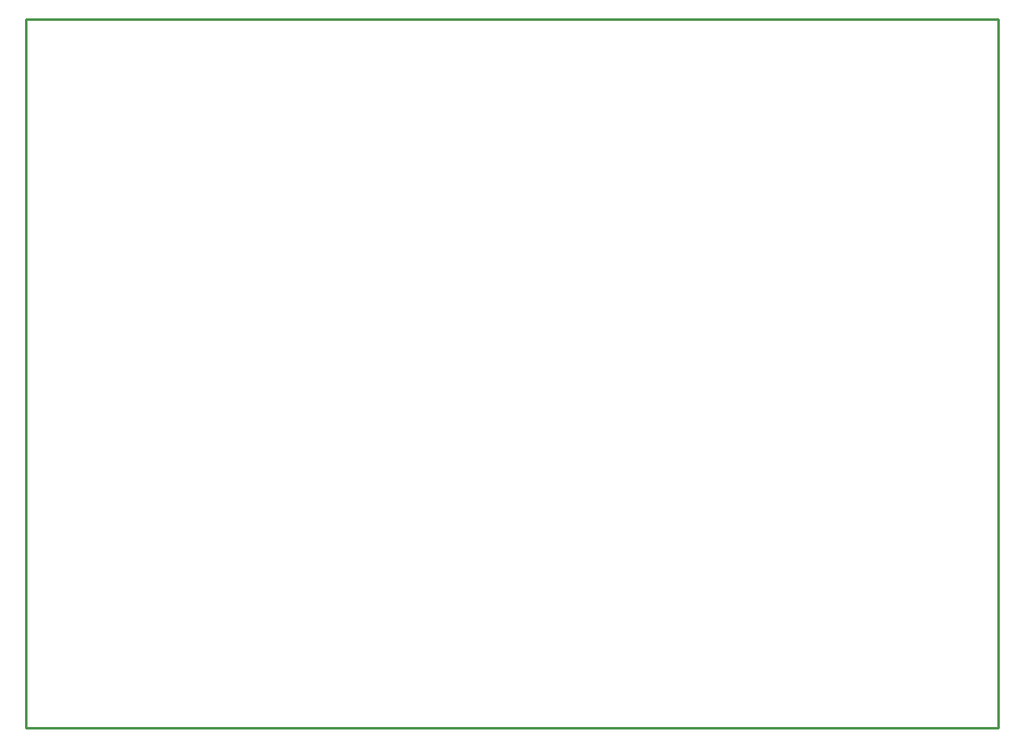
<source format=gko>
%FSLAX25Y25*%
%MOIN*%
G70*
G01*
G75*
G04 Layer_Color=16711935*
%ADD10R,0.02756X0.03937*%
%ADD11R,0.03937X0.02756*%
%ADD12R,0.02165X0.05709*%
%ADD13R,0.05709X0.02165*%
%ADD14R,0.03150X0.04134*%
%ADD15R,0.04724X0.14567*%
%ADD16R,0.16339X0.05000*%
%ADD17R,0.09449X0.02992*%
%ADD18R,0.02992X0.09449*%
%ADD19C,0.01969*%
%ADD20C,0.03937*%
%ADD21C,0.00787*%
%ADD22C,0.03937*%
%ADD23C,0.05118*%
%ADD24C,0.05906*%
%ADD25R,0.05906X0.05906*%
%ADD26R,0.11811X0.11811*%
%ADD27C,0.11811*%
%ADD28C,0.06299*%
%ADD29R,0.06299X0.06299*%
%ADD30C,0.07874*%
%ADD31C,0.09843*%
%ADD32C,0.02362*%
%ADD33C,0.04724*%
%ADD34C,0.00984*%
%ADD35C,0.00394*%
%ADD36C,0.01000*%
%ADD37C,0.00591*%
%ADD38R,0.03556X0.04737*%
%ADD39R,0.04737X0.03556*%
%ADD40R,0.02965X0.06509*%
%ADD41R,0.06509X0.02965*%
%ADD42R,0.03950X0.04934*%
%ADD43R,0.05524X0.15367*%
%ADD44R,0.17139X0.05800*%
%ADD45R,0.10249X0.03792*%
%ADD46R,0.03792X0.10249*%
%ADD47C,0.04737*%
%ADD48C,0.05918*%
%ADD49C,0.06706*%
%ADD50R,0.06706X0.06706*%
%ADD51R,0.12611X0.12611*%
%ADD52C,0.12611*%
%ADD53C,0.07099*%
%ADD54R,0.07099X0.07099*%
%ADD55C,0.08674*%
%ADD56C,0.10642*%
%ADD57C,0.03162*%
%ADD58C,0.05524*%
D36*
X131890Y94488D02*
X520669D01*
X131890D02*
Y377953D01*
X520669D01*
Y94488D02*
Y377953D01*
M02*

</source>
